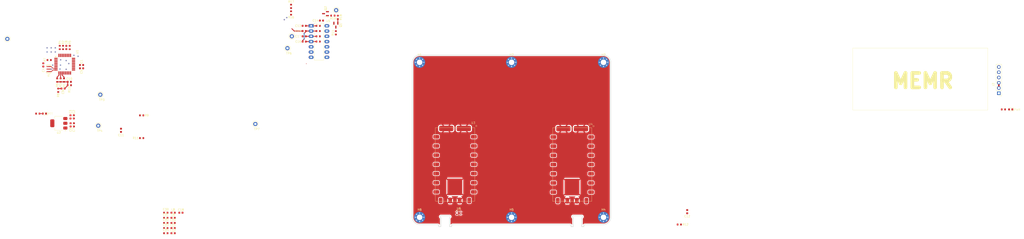
<source format=kicad_pcb>
(kicad_pcb (version 20240108) (generator "pcbnew") (generator_version "8.0")
  (layers (0 "F.Cu" signal) (1 "In1.Cu" signal) (2 "In2.Cu" signal) (31 "B.Cu" signal) (34 "B.Paste" user) (35 "F.Paste" user) (36 "B.SilkS" user "B.Silkscreen") (37 "F.SilkS" user "F.Silkscreen") (38 "B.Mask" user) (39 "F.Mask" user) (44 "Edge.Cuts" user))
  (net 0 "")
  (net 1 "GND")
  (net 2 "+5V")
  (net 3 "Reset")
  (net 4 "Net-(U1-~{RESET}{slash}PC6)")
  (net 5 "+3.3REF")
  (net 6 "Net-(C9-Pad2)")
  (net 7 "AFSK_RX")
  (net 8 "Net-(C13-Pad2)")
  (net 9 "AFSK_OUT")
  (net 10 "MIC_IN")
  (net 11 "Net-(Q1-C)")
  (net 12 "Net-(Q1-B)")
  (net 13 "Net-(Q2-B)")
  (net 14 "PTT_AT")
  (net 15 "RX")
  (net 16 "Net-(U1-PD0)")
  (net 17 "TX")
  (net 18 "Net-(U1-PD1)")
  (net 19 "Net-(U1-PD7)")
  (net 20 "Net-(U1-PD6)")
  (net 21 "Net-(U1-PD5)")
  (net 22 "Net-(U1-PD4)")
  (net 23 "PTT")
  (net 35 "CONTR")
  (net 37 "Net-(D1-A)")
  (net 38 "Net-(D2-A)")
  (net 39 "Net-(U4-H{slash}L)")
  (net 40 "Net-(U1-XTAL1{slash}PB6)")
  (net 41 "Net-(U1-XTAL2{slash}PB7)")
  (net 42 "RXU")
  (net 43 "TXU")
  (net 44 "Net-(C10-Pad1)")
  (net 45 "Net-(C15-Pad2)")
  (net 46 "Net-(C16-Pad2)")
  (net 47 "Net-(C17-Pad2)")
  (net 48 "Net-(U3-MIC)")
  (net 49 "Net-(U3-H{slash}L)")
  (net 63 "Net-(C18-Pad1)")
  (net 64 "Net-(C18-Pad2)")
  (net 65 "GND_RF")
  (net 66 "Net-(C30-Pad1)")
  (net 67 "Net-(C31-Pad2)")
  (net 68 "Net-(C33-Pad2)")
  (net 69 "Net-(J1-In)")
  (net 70 "Net-(U3-ANT)")
  (net 71 "Net-(C19-Pad1)")
  (footprint "Resistor_SMD:R_0603_1608Metric" (layer "F.Cu") (at 388.035 85.295)
    (property "Reference" "R21" (hide yes))
    (property "Value" "220R")
  )
  (footprint "Spacemanic_SMD:L_0603_HS" (layer "F.Cu") (at -13.8 137.76)
    (property "Reference" "L9")
    (property "Value" "8.2nH")
  )
  (footprint "Spacemanic_SMD:C_0603_HS" (layer "F.Cu") (at -17.35 142.72)
    (property "Reference" "C33")
    (property "Value" "1.8pF")
  )
  (footprint "Resistor_SMD:R_0603_1608Metric" (layer "F.Cu") (at 64.965 48.22 90)
    (property "Reference" "R14")
    (property "Value" "1K")
  )
  (footprint "Resistor_SMD:R_0603_1608Metric" (layer "F.Cu") (at 43.285 38.625 90)
    (property "Reference" "R16")
    (property "Value" "150K")
  )
  (footprint "Spacemanic_SMD:L_0603_HS" (layer "F.Cu") (at -13.8 140.24)
    (property "Reference" "L10")
    (property "Value" "8.2nH")
  )
  (footprint "Capacitor_SMD:C_0603_1608Metric" (layer "F.Cu") (at -58.105 63.8 180)
    (property "Reference" "C1")
    (property "Value" "100nF")
  )
  (footprint "Connector_PinHeader_2.54mm:PinHeader_1x06_P2.54mm_Vertical" (layer "F.Cu") (at 385.81 77.475 180)
    (property "Reference" "J2")
    (property "Value" "Conn_01x06_Socket")
  )
  (footprint "Capacitor_SMD:C_0603_1608Metric" (layer "F.Cu") (at -58.095 65.4)
    (property "Reference" "C5")
    (property "Value" "100nF")
  )
  (footprint "Package_TO_SOT_SMD:SOT-23" (layer "F.Cu") (at 64.96 44.515 -90)
    (property "Reference" "Q1")
    (property "Value" "MMBT2222A")
  )
  (footprint "Capacitor_SMD:C_0603_1608Metric" (layer "F.Cu") (at -65.48 55.335 90)
    (property "Reference" "C8")
    (property "Value" "100nF")
  )
  (footprint "Capacitor_SMD:C_0603_1608Metric" (layer "F.Cu") (at -61.81 92.775 90)
    (property "Reference" "C7")
    (property "Value" "10uF")
  )
  (footprint "TestPoint:TestPoint_Loop_D1.80mm_Drill1.0mm_Beaded" (layer "F.Cu") (at -94.025 51.175)
    (property "Reference" "TP5" (hide yes))
    (property "Value" "TestPoint")
  )
  (footprint "SA868:SA868" (layer "F.Cu") (at 122.7 111.9)
    (property "Reference" "U3")
    (property "Value" "SA868-U")
  )
  (footprint "Resistor_SMD:R_0603_1608Metric" (layer "F.Cu") (at -67.07 55.335 90)
    (property "Reference" "R2")
    (property "Value" "1K")
  )
  (footprint "Capacitor_SMD:C_0603_1608Metric" (layer "F.Cu") (at 235 134.775 90)
    (property "Reference" "C12")
    (property "Value" "1uF")
  )
  (footprint "Capacitor_SMD:C_0603_1608Metric" (layer "F.Cu") (at 49.645 44.835)
    (property "Reference" "C13")
    (property "Value" "4.7uF")
  )
  (footprint "Resistor_SMD:R_0603_1608Metric" (layer "F.Cu") (at -73.775 61.4 180)
    (property "Reference" "R7")
    (property "Value" "8K")
  )
  (footprint "Spacemanic_SMD:C_0603_HS" (layer "F.Cu") (at -17.35 145.2)
    (property "Reference" "C34")
    (property "Value" "15pF")
  )
  (footprint "TestPoint:TestPoint_Loop_D1.80mm_Drill1.0mm_Beaded" (layer "F.Cu") (at 41.535 55.67)
    (property "Reference" "TP6")
    (property "Value" "TestPoint")
  )
  (footprint "MountingHole:MountingHole_2.7mm_Pad_Via" (layer "F.Cu") (at 194.5 137.5)
    (property "Reference" "H4")
    (property "Value" "MountingHole_Pad")
  )
  (footprint "Resistor_SMD:R_0603_1608Metric" (layer "F.Cu") (at 63.52 39.8925 180)
    (property "Reference" "R19")
    (property "Value" "220R")
  )
  (footprint "Spacemanic_SMD:L_0603_HS" (layer "F.Cu") (at -13.8 135.28)
    (property "Reference" "L8")
    (property "Value" "22nH")
  )
  (footprint "Package_TO_SOT_SMD:SOT-223-3_TabPin2" (layer "F.Cu") (at -69.11 92 180)
    (property "Reference" "U2")
    (property "Value" "AMS1117-3.3")
  )
  (footprint "TestPoint:TestPoint_Loop_D1.80mm_Drill1.0mm_Beaded" (layer "F.Cu") (at 65.115 37.285)
    (property "Reference" "TP13" (hide yes))
    (property "Value" "TestPoint")
  )
  (footprint "Resistor_SMD:R_0603_1608Metric" (layer "F.Cu") (at -29.025 99.175 180)
    (property "Reference" "R11")
    (property "Value" "0R")
  )
  (footprint "Spacemanic_SMD:C_0603_HS" (layer "F.Cu") (at -17.35 140.24)
    (property "Reference" "C32")
    (property "Value" "10pF")
  )
  (footprint "Resistor_SMD:R_0603_1608Metric" (layer "F.Cu") (at -68.65 55.335 90)
    (property "Reference" "R4")
    (property "Value" "1K")
  )
  (footprint "Package_QFP:TQFP-32_7x7mm_P0.8mm" (layer "F.Cu") (at -66.25 63.4)
    (property "Reference" "U1")
    (property "Value" "ATmega328-A")
  )
  (footprint "Resistor_SMD:R_0603_1608Metric" (layer "F.Cu") (at 65.915 40.74 90)
    (property "Reference" "R18")
    (property "Value" "220R")
  )
  (footprint "Resistor_SMD:R_0603_1608Metric" (layer "F.Cu") (at -66.6 71.125 -90)
    (property "Reference" "R1")
    (property "Value" "1K")
  )
  (footprint "Spacemanic_SMD:L_0603_HS" (layer "F.Cu") (at -13.8 142.72)
    (property "Reference" "L11")
    (property "Value" "8.2nH")
  )
  (footprint "Spacemanic_SMD:C_0603_HS" (layer "F.Cu") (at -17.35 137.76)
    (property "Reference" "C31")
    (property "Value" "1.8pF")
  )
  (footprint "Capacitor_SMD:C_0603_1608Metric" (layer "F.Cu") (at -63.41 92.775 90)
    (property "Reference" "C6")
    (property "Value" "100nF")
  )
  (footprint "Capacitor_SMD:C_0603_1608Metric" (layer "F.Cu") (at 49.655 52.475)
    (property "Reference" "C16")
    (property "Value" "4.7uF")
  )
  (footprint "SA868:SA868" (layer "F.Cu") (at 179.4 112)
    (property "Reference" "U4")
    (property "Value" "SA868-V")
  )
  (footprint "Capacitor_SMD:C_0603_1608Metric" (layer "F.Cu") (at 49.65 49.915)
    (property "Reference" "C17")
    (property "Value" "4.7uF")
  )
  (footprint "Capacitor_SMD:C_0603_1608Metric" (layer "F.Cu") (at -10.02 135.295)
    (property "Reference" "C18")
    (property "Value" "100nF")
  )
  (footprint "Resistor_SMD:R_0603_1608Metric" (layer "F.Cu") (at -68.25 71.125 -90)
    (property "Reference" "R3")
    (property "Value" "2K")
  )
  (footprint "MountingHole:MountingHole_2.7mm_Pad_Via" (layer "F.Cu") (at 150 62.5)
    (property "Reference" "H2")
    (property "Value" "MountingHole_Pad")
  )
  (footprint "Capacitor_SMD:C_0603_1608Metric" (layer "F.Cu") (at 49.65 47.375)
    (property "Reference" "C15")
    (property "Value" "4.7uF")
  )
  (footprint "MountingHole:MountingHole_2.7mm_Pad_Via" (layer "F.Cu") (at 150 137.5)
    (property "Reference" "H5")
    (property "Value" "MountingHole_Pad")
  )
  (footprint "TestPoint:TestPoint_Loop_D1.80mm_Drill1.0mm_Beaded" (layer "F.Cu") (at -50.025 93.175)
    (property "Reference" "TP4")
    (property "Value" "TestPoint")
  )
  (footprint "CSTCE16M0V53-R0:CSTCE16M0V53-R0" (layer "F.Cu") (at -74 65.8 90)
    (property "Reference" "Y1")
    (property "Value" "Crystal_GND2")
  )
  (footprint "TestPoint:TestPoint_Loop_D1.80mm_Drill1.0mm_Beaded" (layer "F.Cu") (at 26 92.35)
    (property "Reference" "TP7")
    (property "Value" "TestPoint")
  )
  (footprint "Capacitor_SMD:C_0603_1608Metric" (layer "F.Cu") (at -61.86 88.9 -90)
    (property "Reference" "C2")
    (property "Value" "100nF")
  )
  (footprint "Capacitor_SMD:C_0603_1608Metric" (layer "F.Cu") (at -67.065 75.2 180)
    (property "Reference" "C9")
    (property "Value" "4.7uF")
  )
  (footprint "Resistor_SMD:R_0603_1608Metric" (layer "F.Cu") (at 56.41 44.845 180)
    (property "Reference" "R13" (hide yes))
    (property "Value" "1K")
  )
  (footprint "Resistor_SMD:R_0603_1608Metric" (layer "F.Cu") (at 56.41 47.375 180)
    (property "Reference" "R15" (hide yes))
    (property "Value" "1K")
  )
  (footprint "MountingHole:MountingHole_2.7mm_Pad_Via" (layer "F.Cu") (at 194.5 62.5)
    (property "Reference" "H3")
    (property "Value" "MountingHole_Pad")
  )
  (footprint "Resistor_SMD:R_0603_1608Metric" (layer "F.Cu") (at 56.41 49.925 180)
    (property "Reference" "R23" (hide yes))
    (property "Value" "1K")
  )
  (footprint "MountingHole:MountingHole_2.7mm_Pad_Via" (layer "F.Cu") (at 105.5 137.5)
    (property "Reference" "H6")
    (property "Value" "MountingHole_Pad")
  )
  (footprint "Spacemanic_SMD:L_0603_HS" (layer "F.Cu") (at -13.8 145.2)
    (property "Reference" "L12")
    (property "Value" "22nH")
  )
  (footprint "Resistor_SMD:R_0603_1608Metric" (layer "F.Cu") (at 43.285 35.42 90)
    (property "Reference" "R17")
    (property "Value" "150K")
  )
  (footprint "TestPoint:TestPoint_Loop_D1.80mm_Drill1.0mm_Beaded" (layer "F.Cu") (at 43.655 49.915)
    (property "Reference" "TP15" (hide yes))
    (property "Value" "TestPoint")
  )
  (footprint "Package_DIP:DIP-14_W7.62mm_LongPads" (layer "F.Cu") (at 53 44.84)
    (property "Reference" "U5")
    (property "Value" "4016")
  )
  (footprint "Resistor_SMD:R_0603_1608Metric" (layer "F.Cu") (at 231.175 141)
    (property "Reference" "R12")
    (property "Value" "0R")
  )
  (footprint "Resistor_SMD:R_0603_1608Metric" (layer "F.Cu") (at -63.85 55.35 -90)
    (property "Reference" "R5")
    (property "Value" "1K")
  )
  (footprint "Capacitor_SMD:C_0603_1608Metric" (layer "F.Cu") (at 58.01 42.295 180)
    (property "Reference" "C14")
    (property "Value" "100nF")
  )
  (footprint "Package_TO_SOT_SMD:SOT-23" (layer "F.Cu") (at 59.9475 38.945 180)
    (property "Reference" "Q2")
    (property "Value" "MMBT2222A")
  )
  (footprint "Spacemanic_SMD:C_0603_HS" (layer "F.Cu") (at -17.35 135.28)
    (property "Reference" "C30")
    (property "Value" "15pF")
  )
  (footprint "TestPoint:TestPoint_Loop_D1.80mm_Drill1.0mm_Beaded" (layer "F.Cu") (at -49.025 78.175)
    (property "Reference" "TP3")
    (property "Value" "TestPoint")
  )
  (footprint "Resistor_SMD:R_0603_1608Metric" (layer "F.Cu") (at -29.025 88.175)
    (property "Reference" "R9")
    (property "Value" "0R")
  )
  (footprint "Resistor_SMD:R_0603_1608Metric" (layer "F.Cu") (at -79.285 87.325)
    (property "Reference" "R22" (hide yes))
    (property "Value" "220R")
  )
  (footprint "LED_SMD:LED_0603_1608Metric" (layer "F.Cu") (at 391.56 85.295 180)
    (property "Reference" "D1" (hide yes))
    (property "Value" "LED")
  )
  (footprint "Package_TO_SOT_SMD:SOT-343_SC-70-4" (layer "F.Cu") (at 124.5 135.5)
    (property "Reference" "U6")
    (property "Value" "SPF5043Z")
  )
  (footprint "MountingHole:MountingHole_2.7mm_Pad_Via" (layer "F.Cu") (at 105.5 62.5)
    (property "Reference" "H1")
    (property "Value" "MountingHole_Pad")
  )
  (footprint "Capacitor_SMD:C_0603_1608Metric" (layer "F.Cu") (at -39.025 95.4 90)
    (property "Reference" "C11")
    (property "Value" "1uF")
  )
  (footprint "Resistor_SMD:R_0603_1608Metric" (layer "F.Cu") (at -69.4 76.035 -90)
    (property "Reference" "R8")
    (property "Value" "*R")
  )
  (footprint "Capacitor_SMD:C_0603_1608Metric" (layer "F.Cu") (at -64.035 71.95)
    (property "Reference" "C10")
    (property "Value" "100nF")
  )
  (footprint "Capacitor_SMD:C_0603_1608Metric" (layer "F.Cu") (at -76.63 63.76 90)
    (property "Reference" "C4")
    (property "Value" "100nF")
  )
  (footprint "Resistor_SMD:R_0603_1608Metric" (layer "F.Cu") (at -69.9 71.14 -90)
    (property "Reference" "R6")
    (property "Value" "4K")
  )
  (footprint "Capacitor_SMD:C_0603_1608Metric" (layer "F.Cu") (at -63.46 88.925 -90)
    (property "Reference" "C3")
    (property "Value" "10uF")
  )
  (footprint "Resistor_SMD:R_0603_1608Metric" (layer "F.Cu") (at -64.03 73.58)
    (property "Reference" "R10")
    (property "Value" "270R")
  )
  (footprint "LED_SMD:LED_0603_1608Metric" (layer "F.Cu") (at -76.0975 87.325 180)
    (property "Reference" "D2" (hide yes))
    (property "Value" "LED")
  )
  (footprint "Resistor_SMD:R_0603_1608Metric" (layer "F.Cu") (at 56.41 52.455 180)
    (property "Reference" "R20" (hide yes))
    (property "Value" "1K")
  )
  (gr_rect (start 315.16 55.595) (end 380.51 85.595) (stroke (width 0.1)) (fill none) (layer "F.SilkS"))
  (gr_line (start 185 142) (end 185 141.5) (stroke (width 0.2)) (layer "Edge.Cuts"))
  (gr_arc (start 102 62.5) (mid 103.025126 60.025126) (end 105.5 59) (stroke (width 0.2)) (layer "Edge.Cuts"))
  (gr_line (start 198 62.5) (end 198 137.5) (stroke (width 0.2)) (layer "Edge.Cuts"))
  (gr_arc (start 184 136.7) (mid 184.5 137.2) (end 184 137.7) (stroke (width 0.2)) (layer "Edge.Cuts"))
  (gr_line (start 115.8 142) (end 115.8 137.7) (stroke (width 0.2)) (layer "Edge.Cuts"))
  (gr_arc (start 178.3 141) (mid 178.653553 141.146447) (end 178.8 141.5) (stroke (width 0.2)) (layer "Edge.Cuts"))
  (gr_line (start 194.5 141) (end 185.5 141) (stroke (width 0.2)) (layer "Edge.Cuts"))
  (gr_arc (start 105.5 141) (mid 103.025126 139.974874) (end 102 137.5) (stroke (width 0.2)) (layer "Edge.Cuts"))
  (gr_line (start 115.8 136.7) (end 120 136.7) (stroke (width 0.2)) (layer "Edge.Cuts"))
  (gr_line (start 184 142) (end 184 137.7) (stroke (width 0.2)) (layer "Edge.Cuts"))
  (gr_line (start 120 142) (end 121 142) (stroke (width 0.2)) (layer "Edge.Cuts"))
  (gr_arc (start 179.8 137.7) (mid 179.3 137.2) (end 179.8 136.7) (stroke (width 0.2)) (layer "Edge.Cuts"))
  (gr_line (start 179.8 136.7) (end 184 136.7) (stroke (width 0.2)) (layer "Edge.Cuts"))
  (gr_line (start 121 142) (end 121 141.5) (stroke (width 0.2)) (layer "Edge.Cuts"))
  (gr_line (start 114.8 142) (end 114.8 141.5) (stroke (width 0.2)) (layer "Edge.Cuts"))
  (gr_line (start 120 142) (end 120 137.7) (stroke (width 0.2)) (layer "Edge.Cuts"))
  (gr_arc (start 198 137.5) (mid 196.974874 139.974874) (end 194.5 141) (stroke (width 0.2)) (layer "Edge.Cuts"))
  (gr_arc (start 185 141.5) (mid 185.146447 141.146447) (end 185.5 141) (stroke (width 0.2)) (layer "Edge.Cuts"))
  (gr_line (start 114.3 141) (end 105.5 141) (stroke (width 0.2)) (layer "Edge.Cuts"))
  (gr_line (start 184 142) (end 185 142) (stroke (width 0.2)) (layer "Edge.Cuts"))
  (gr_line (start 114.8 142) (end 115.8 142) (stroke (width 0.2)) (layer "Edge.Cuts"))
  (gr_arc (start 194.5 59) (mid 196.974874 60.025126) (end 198 62.5) (stroke (width 0.2)) (layer "Edge.Cuts"))
  (gr_arc (start 114.3 141) (mid 114.653553 141.146447) (end 114.8 141.5) (stroke (width 0.2)) (layer "Edge.Cuts"))
  (gr_line (start 178.3 141) (end 121.5 141) (stroke (width 0.2)) (layer "Edge.Cuts"))
  (gr_line (start 105.5 59) (end 194.5 59) (stroke (width 0.2)) (layer "Edge.Cuts"))
  (gr_line (start 102 137.5) (end 102 62.5) (stroke (width 0.2)) (layer "Edge.Cuts"))
  (gr_line (start 179.8 142) (end 179.8 137.7) (stroke (width 0.2)) (layer "Edge.Cuts"))
  (gr_arc (start 115.8 137.7) (mid 115.3 137.2) (end 115.8 136.7) (stroke (width 0.2)) (layer "Edge.Cuts"))
  (gr_arc (start 121 141.5) (mid 121.146447 141.146447) (end 121.5 141) (stroke (width 0.2)) (layer "Edge.Cuts"))
  (gr_arc (start 120 136.7) (mid 120.5 137.2) (end 120 137.7) (stroke (width 0.2)) (layer "Edge.Cuts"))
  (gr_line (start 178.8 142) (end 178.8 141.5) (stroke (width 0.2)) (layer "Edge.Cuts"))
  (gr_line (start 178.8 142) (end 179.8 142) (stroke (width 0.2)) (layer "Edge.Cuts"))
  (gr_text "PTT" (at -74.6125 88.06 0) (layer "F.SilkS") (effects (font (size 1 1) (thickness 0.1)) (justify left bottom)))
  (gr_text "PWR" (at 393.045 86.03 0) (layer "F.SilkS") (effects (font (size 1 1) (thickness 0.1)) (justify left bottom)))
  (gr_text "MEMR" (at 333.16 75.595 0) (layer "F.SilkS") (effects (font (size 7 7) (thickness 1.75) (bold yes)) (justify left bottom)))
  (via (at -74.8 57.5) (size 0.6) (drill 0.3) (layers "F.Cu" "B.Cu") (net 1))
  (via (at -65.55 61.65) (size 0.6) (drill 0.3) (layers "F.Cu" "B.Cu") (net 1))
  (via (at -72.8 55.5) (size 0.6) (drill 0.3) (layers "F.Cu" "B.Cu") (net 1))
  (via (at -72.1 63.85) (size 0.6) (drill 0.3) (layers "F.Cu" "B.Cu") (net 1))
  (via (at -61.8 59.15) (size 0.6) (drill 0.3) (layers "F.Cu" "B.Cu") (net 1))
  (via (at -68.55 65.75) (size 0.6) (drill 0.3) (layers "F.Cu" "B.Cu") (net 1))
  (via (at -72.8 57.5) (size 0.6) (drill 0.3) (layers "F.Cu" "B.Cu") (net 1))
  (via (at -68.3 63.85) (size 0.6) (drill 0.3) (layers "F.Cu" "B.Cu") (net 1))
  (via (at -65.55 65.9) (size 0.6) (drill 0.3) (layers "F.Cu" "B.Cu") (net 1))
  (via (at -59.8 59.6) (size 0.6) (drill 0.3) (layers "F.Cu" "B.Cu") (net 1))
  (via (at -70.8 55.5) (size 0.6) (drill 0.3) (layers "F.Cu" "B.Cu") (net 1))
  (via (at 40.035 41.85) (size 0.6) (drill 0.3) (layers "F.Cu" "B.Cu") (net 1))
  (via (at -68.25 61.3) (size 0.6) (drill 0.3) (layers "F.Cu" "B.Cu") (net 1))
  (via (at -70.8 57.5) (size 0.6) (drill 0.3) (layers "F.Cu" "B.Cu") (net 1))
  (via (at 41.185 40.85) (size 0.6) (drill 0.3) (layers "F.Cu" "B.Cu") (net 1))
  (via (at -72.75 65.8) (size 0.6) (drill 0.3) (layers "F.Cu" "B.Cu") (net 1))
  (via (at -74.8 55.5) (size 0.6) (drill 0.3) (layers "F.Cu" "B.Cu") (net 1))
  (via (at -64.3 63.1) (size 0.6) (drill 0.3) (layers "F.Cu" "B.Cu") (net 1))
  (segment (start 385.81 74.935) (end 385.81 72.395) (width 0.8) (layer "F.Cu") (net 2))
  (segment (start -69.39 75.2) (end -69.4 75.21) (width 0.4) (layer "F.Cu") (net 6))
  (segment (start -67.84 75.2) (end -69.39 75.2) (width 0.4) (layer "F.Cu") (net 6))
  (segment (start 53.005 44.845) (end 53 44.84) (width 0.4) (layer "F.Cu") (net 8))
  (segment (start 52.995 44.835) (end 53 44.84) (width 0.4) (layer "F.Cu") (net 8))
  (segment (start 50.42 44.835) (end 52.995 44.835) (width 0.4) (layer "F.Cu") (net 8))
  (segment (start 55.585 44.845) (end 53.005 44.845) (width 0.4) (layer "F.Cu") (net 8))
  (segment (start 48.875 47.375) (end 44.815 47.375) (width 0.4) (layer "F.Cu") (net 10))
  (segment (start 44.815 47.375) (end 43.655 46.215) (width 0.4) (layer "F.Cu") (net 10))
  (segment (start 65.915 43.5725) (end 65.91 43.5775) (width 0.4) (layer "F.Cu") (net 12))
  (segment (start 65.915 41.565) (end 65.915 43.5725) (width 0.4) (layer "F.Cu") (net 12))
  (segment (start -67.45 67.65) (end -67.45 68.75) (width 0.4) (layer "F.Cu") (net 19))
  (segment (start -67.45 68.75) (end -66.6 69.6) (width 0.4) (layer "F.Cu") (net 19))
  (segment (start -66.6 69.6) (end -66.6 70.3) (width 0.4) (layer "F.Cu") (net 19))
  (segment (start -68.25 67.65) (end -68.25 70.3) (width 0.4) (layer "F.Cu") (net 20))
  (segment (start -69.05 68.75) (end -69.9 69.6) (width 0.4) (layer "F.Cu") (net 21))
  (segment (start -69.9 69.6) (end -69.9 70.325) (width 0.4) (layer "F.Cu") (net 21))
  (segment (start -69.05 67.65) (end -69.05 68.75) (width 0.4) (layer "F.Cu") (net 21))
  (segment (start -78.46 87.325) (end -76.885 87.325) (width 0.3) (layer "F.Cu") (net 38))
  (segment (start -74 64.6) (end -72.75 64.6) (width 0.3) (layer "F.Cu") (net 40))
  (segment (start -72.75 64.6) (end -71.95 65.4) (width 0.3) (layer "F.Cu") (net 40))
  (segment (start -71.95 65.4) (end -70.5 65.4) (width 0.3) (layer "F.Cu") (net 40))
  (segment (start -74 67) (end -72.7 67) (width 0.3) (layer "F.Cu") (net 41))
  (segment (start -71.9 66.2) (end -70.5 66.2) (width 0.3) (layer "F.Cu") (net 41))
  (segment (start -72.7 67) (end -71.9 66.2) (width 0.3) (layer "F.Cu") (net 41))
  (segment (start -64.81 71.95) (end -64.81 73.535) (width 0.4) (layer "F.Cu") (net 44))
  (segment (start -69.875 71.95) (end -69.9 71.975) (width 0.4) (layer "F.Cu") (net 44))
  (segment (start -64.81 73.535) (end -64.855 73.58) (width 0.4) (layer "F.Cu") (net 44))
  (segment (start -64.855 73.58) (end -64.855 73.765) (width 0.4) (layer "F.Cu") (net 44))
  (segment (start -66.6 71.95) (end -69.875 71.95) (width 0.4) (layer "F.Cu") (net 44))
  (segment (start -64.855 73.765) (end -66.29 75.2) (width 0.4) (layer "F.Cu") (net 44))
  (segment (start -66.6 71.95) (end -64.81 71.95) (width 0.4) (layer "F.Cu") (net 44))
  (segment (start 52.995 47.375) (end 53 47.38) (width 0.4) (layer "F.Cu") (net 45))
  (segment (start 48.88 51.98) (end 48.88 52.475) (width 0.4) (layer "F.Cu") (net 45))
  (segment (start 50.425 47.715) (end 50.425 47.375) (width 0.4) (layer "F.Cu") (net 45))
  (segment (start 49.645 51.215) (end 48.88 51.98) (width 0.4) (layer "F.Cu") (net 45))
  (segment (start 53 47.38) (end 55.58 47.38) (width 0.4) (layer "F.Cu") (net 45))
  (segment (start 50.425 47.375) (end 52.995 47.375) (width 0.4) (layer "F.Cu") (net 45))
  (segment (start 49.635 48.505) (end 50.425 47.715) (width 0.4) (layer "F.Cu") (net 45))
  (segment (start 55.58 47.38) (end 55.585 47.375) (width 0.4) (layer "F.Cu") (net 45))
  (via (at 49.645 51.215) (size 0.6) (drill 0.3) (layers "F.Cu" "B.Cu") (net 45))
  (via (at 49.635 48.505) (size 0.6) (drill 0.3) (layers "F.Cu" "B.Cu") (net 45))
  (segment (start 49.645 48.515) (end 49.645 51.215) (width 0.4) (layer "B.Cu") (net 45))
  (segment (start 49.635 48.505) (end 49.645 48.515) (width 0.4) (layer "B.Cu") (net 45))
  (segment (start 52.985 52.475) (end 53 52.46) (width 0.4) (layer "F.Cu") (net 46))
  (segment (start 53.005 52.455) (end 53 52.46) (width 0.4) (layer "F.Cu") (net 46))
  (segment (start 55.585 52.455) (end 53.005 52.455) (width 0.4) (layer "F.Cu") (net 46))
  (segment (start 50.43 52.475) (end 52.985 52.475) (width 0.4) (layer "F.Cu") (net 46))
  (segment (start 55.585 49.925) (end 53.005 49.925) (width 0.4) (layer "F.Cu") (net 47))
  (segment (start 52.995 49.915) (end 53 49.92) (width 0.4) (layer "F.Cu") (net 47))
  (segment (start 53.005 49.925) (end 53 49.92) (width 0.4) (layer "F.Cu") (net 47))
  (segment (start 50.425 49.915) (end 52.995 49.915) (width 0.4) (layer "F.Cu") (net 47))
  (segment (start 50.655 63.18) (end 50.66 63.175) (width 0.3) (layer "F.Cu") (net 48))
  (segment (start -28.205 99.17) (end -28.2 99.175) (width 0.3) (layer "F.Cu") (net 49))
  (zone (net 1) (net_name "GND") (layer "F.Cu") (connect_pads (clearance 0.3)) (min_thickness 0.25) (fill yes (thermal_gap 0.5) (thermal_bridge_width 0.5))
    (polygon (pts (xy 100 57) (xy 100 143) (xy 200 143) (xy 200 57)))
  )
)
</source>
